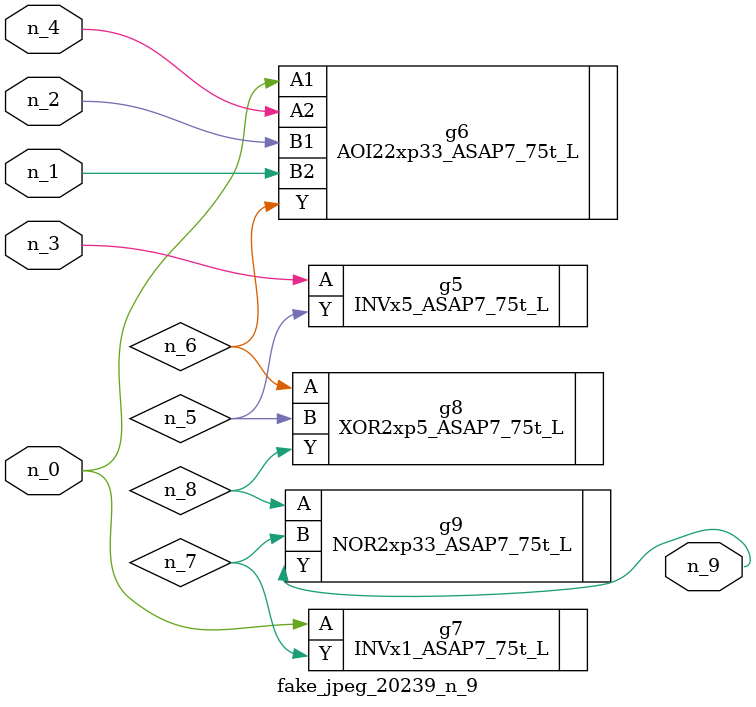
<source format=v>
module fake_jpeg_20239_n_9 (n_3, n_2, n_1, n_0, n_4, n_9);

input n_3;
input n_2;
input n_1;
input n_0;
input n_4;

output n_9;

wire n_8;
wire n_6;
wire n_5;
wire n_7;

INVx5_ASAP7_75t_L g5 ( 
.A(n_3),
.Y(n_5)
);

AOI22xp33_ASAP7_75t_L g6 ( 
.A1(n_0),
.A2(n_4),
.B1(n_2),
.B2(n_1),
.Y(n_6)
);

INVx1_ASAP7_75t_L g7 ( 
.A(n_0),
.Y(n_7)
);

XOR2xp5_ASAP7_75t_L g8 ( 
.A(n_6),
.B(n_5),
.Y(n_8)
);

NOR2xp33_ASAP7_75t_L g9 ( 
.A(n_8),
.B(n_7),
.Y(n_9)
);


endmodule
</source>
